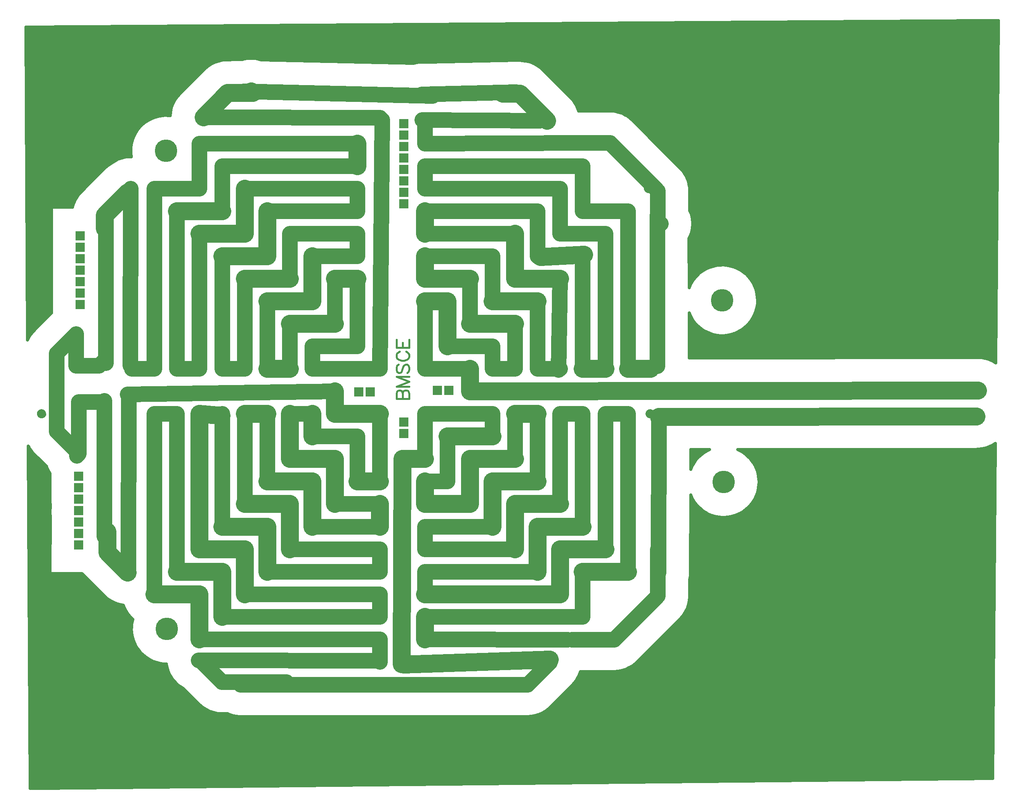
<source format=gbr>
G04 DipTrace 2.4.0.2*
%INTop24.gbr*%
%MOIN*%
%ADD13C,0.1378*%
%ADD14C,0.1575*%
%ADD15C,0.025*%
%ADD16C,0.0787*%
%ADD17C,0.1969*%
%ADD18R,0.0787X0.0787*%
%ADD19R,0.0591X0.0591*%
%ADD20C,0.0591*%
%ADD33C,0.017*%
%FSLAX44Y44*%
G04*
G70*
G90*
G75*
G01*
%LNTop*%
%LPD*%
X19314Y15126D2*
D13*
X19501D1*
X21376Y13250D1*
X27002D1*
X19751Y62568D2*
D14*
X21876Y64693D1*
X24064D1*
X23939Y64818D1*
X53130Y60318D2*
D13*
X55255D1*
X59443Y56130D1*
Y53255D1*
X59693D1*
X51942Y16938D2*
X55630D1*
X59443Y20751D1*
Y24814D1*
X46066Y13000D2*
X48067D1*
X50004Y14938D1*
X11125Y52880D2*
D14*
Y54005D1*
X13125Y56005D1*
X13250D1*
X11375Y26377D2*
Y24564D1*
X13125Y22814D1*
X45879Y64631D2*
X47379D1*
X49754Y62256D1*
X11063Y37691D2*
D13*
X8875D1*
Y33190D1*
X8688Y33003D1*
X11063Y41316D2*
X10625Y40878D1*
X8625D1*
Y43629D1*
X6937Y41941D1*
Y35128D1*
X8875Y33190D1*
X51663Y70758D2*
D15*
X89168D1*
X14003Y70509D2*
X89168D1*
X4276Y70260D2*
X89164D1*
X4276Y70012D2*
X89164D1*
X4280Y69763D2*
X89160D1*
X4280Y69514D2*
X89160D1*
X4280Y69266D2*
X89156D1*
X4284Y69017D2*
X89156D1*
X4284Y68768D2*
X89152D1*
X4284Y68520D2*
X89152D1*
X4288Y68271D2*
X89148D1*
X4288Y68022D2*
X89148D1*
X4288Y67774D2*
X89144D1*
X4292Y67525D2*
X21269D1*
X27151D2*
X45976D1*
X47452D2*
X89144D1*
X4292Y67276D2*
X20555D1*
X48569D2*
X89141D1*
X4296Y67028D2*
X20144D1*
X49019D2*
X89141D1*
X4296Y66779D2*
X19851D1*
X49339D2*
X89137D1*
X4296Y66530D2*
X19601D1*
X49593D2*
X89137D1*
X4300Y66281D2*
X19351D1*
X49843D2*
X89133D1*
X4300Y66033D2*
X19101D1*
X50089D2*
X89133D1*
X4300Y65784D2*
X18855D1*
X50339D2*
X89129D1*
X4304Y65535D2*
X18605D1*
X50589D2*
X89129D1*
X4304Y65287D2*
X18355D1*
X50835D2*
X89129D1*
X4304Y65038D2*
X18109D1*
X51085D2*
X89125D1*
X4308Y64789D2*
X17859D1*
X51335D2*
X89125D1*
X4308Y64541D2*
X17613D1*
X51581D2*
X89121D1*
X4308Y64292D2*
X17406D1*
X51831D2*
X89121D1*
X4312Y64043D2*
X17238D1*
X52050D2*
X89117D1*
X4312Y63795D2*
X17109D1*
X52226D2*
X89117D1*
X4316Y63546D2*
X17004D1*
X52366D2*
X89113D1*
X4316Y63297D2*
X16930D1*
X52476D2*
X89113D1*
X4316Y63049D2*
X16875D1*
X55862D2*
X89109D1*
X4319Y62800D2*
X16844D1*
X56558D2*
X89109D1*
X4319Y62551D2*
X15476D1*
X56956D2*
X89105D1*
X4319Y62302D2*
X14930D1*
X57245D2*
X89105D1*
X4323Y62054D2*
X14562D1*
X57491D2*
X89101D1*
X4323Y61805D2*
X14285D1*
X57741D2*
X89101D1*
X4323Y61556D2*
X14062D1*
X57991D2*
X89098D1*
X4327Y61308D2*
X13883D1*
X58237D2*
X89098D1*
X4327Y61059D2*
X13738D1*
X58487D2*
X89094D1*
X4331Y60810D2*
X13621D1*
X58737D2*
X89094D1*
X4331Y60562D2*
X13531D1*
X58984D2*
X89090D1*
X4331Y60313D2*
X13465D1*
X59234D2*
X89090D1*
X4335Y60064D2*
X13418D1*
X59484D2*
X89086D1*
X4335Y59816D2*
X13394D1*
X59730D2*
X89086D1*
X4335Y59567D2*
X13391D1*
X59980D2*
X89086D1*
X4339Y59318D2*
X13402D1*
X60230D2*
X89082D1*
X4339Y59070D2*
X12891D1*
X60476D2*
X89082D1*
X4339Y58821D2*
X12137D1*
X60726D2*
X89078D1*
X4343Y58572D2*
X11730D1*
X60976D2*
X89078D1*
X4343Y58323D2*
X11375D1*
X61222D2*
X89074D1*
X4343Y58075D2*
X11082D1*
X61472D2*
X89074D1*
X4347Y57826D2*
X10832D1*
X61687D2*
X89070D1*
X4347Y57577D2*
X10586D1*
X61855D2*
X89070D1*
X4351Y57329D2*
X10336D1*
X61991D2*
X89066D1*
X4351Y57080D2*
X10086D1*
X62093D2*
X89066D1*
X4351Y56831D2*
X9840D1*
X62171D2*
X89062D1*
X4355Y56583D2*
X9590D1*
X62222D2*
X89062D1*
X4355Y56334D2*
X9340D1*
X62253D2*
X89059D1*
X4355Y56085D2*
X9094D1*
X62261D2*
X89059D1*
X4359Y55837D2*
X8863D1*
X62261D2*
X89055D1*
X4359Y55588D2*
X8680D1*
X62261D2*
X89055D1*
X4359Y55339D2*
X8535D1*
X62261D2*
X89051D1*
X4362Y55091D2*
X8422D1*
X62261D2*
X89051D1*
X4362Y54842D2*
X8332D1*
X62261D2*
X89047D1*
X4362Y54593D2*
X6476D1*
X62261D2*
X89047D1*
X4366Y54344D2*
X6476D1*
X62288D2*
X89043D1*
X4366Y54096D2*
X6476D1*
X62382D2*
X89043D1*
X4370Y53847D2*
X6476D1*
X62448D2*
X89039D1*
X4370Y53598D2*
X6476D1*
X62487D2*
X89039D1*
X4370Y53350D2*
X6476D1*
X62507D2*
X89039D1*
X4374Y53101D2*
X6476D1*
X62507D2*
X89035D1*
X4374Y52852D2*
X6476D1*
X62480D2*
X89035D1*
X4374Y52604D2*
X6476D1*
X62433D2*
X89031D1*
X4378Y52355D2*
X6476D1*
X62362D2*
X89031D1*
X4378Y52106D2*
X6476D1*
X62265D2*
X89027D1*
X4378Y51858D2*
X6476D1*
X62202D2*
X89027D1*
X4382Y51609D2*
X6476D1*
X62202D2*
X89023D1*
X4382Y51360D2*
X6476D1*
X62202D2*
X89023D1*
X4382Y51112D2*
X6476D1*
X62202D2*
X89019D1*
X4386Y50863D2*
X6476D1*
X62202D2*
X89019D1*
X4386Y50614D2*
X6476D1*
X62206D2*
X89016D1*
X4390Y50365D2*
X6476D1*
X62206D2*
X89016D1*
X4390Y50117D2*
X6476D1*
X62206D2*
X89012D1*
X4390Y49868D2*
X6476D1*
X62206D2*
X89012D1*
X4394Y49619D2*
X6476D1*
X62206D2*
X64582D1*
X65554D2*
X89008D1*
X4394Y49371D2*
X6476D1*
X62206D2*
X63750D1*
X66386D2*
X89008D1*
X4394Y49122D2*
X6476D1*
X62206D2*
X63312D1*
X66827D2*
X89004D1*
X4398Y48873D2*
X6476D1*
X62206D2*
X62992D1*
X67148D2*
X89004D1*
X4398Y48625D2*
X6476D1*
X62210D2*
X62742D1*
X67394D2*
X89000D1*
X4398Y48376D2*
X6476D1*
X62210D2*
X62543D1*
X67597D2*
X89000D1*
X4401Y48127D2*
X6476D1*
X62210D2*
X62379D1*
X67757D2*
X88996D1*
X4401Y47879D2*
X6476D1*
X67890D2*
X88996D1*
X4401Y47630D2*
X6476D1*
X67991D2*
X88996D1*
X4405Y47381D2*
X6476D1*
X68073D2*
X88992D1*
X4405Y47133D2*
X6476D1*
X68128D2*
X88992D1*
X4409Y46884D2*
X6476D1*
X68163D2*
X88988D1*
X4409Y46635D2*
X6476D1*
X68179D2*
X88988D1*
X4409Y46386D2*
X6476D1*
X68175D2*
X88984D1*
X4413Y46138D2*
X6476D1*
X68151D2*
X88984D1*
X4413Y45889D2*
X6476D1*
X68105D2*
X88980D1*
X4413Y45640D2*
X6476D1*
X68038D2*
X88980D1*
X4417Y45392D2*
X6414D1*
X67948D2*
X88976D1*
X4417Y45143D2*
X6164D1*
X62214D2*
X62306D1*
X67835D2*
X88976D1*
X4417Y44894D2*
X5918D1*
X62214D2*
X62449D1*
X67691D2*
X88973D1*
X4421Y44646D2*
X5668D1*
X62218D2*
X62625D1*
X67511D2*
X88973D1*
X4421Y44397D2*
X5418D1*
X62218D2*
X62848D1*
X67292D2*
X88969D1*
X4421Y44148D2*
X5172D1*
X62218D2*
X63125D1*
X67015D2*
X88969D1*
X4425Y43900D2*
X4922D1*
X62218D2*
X63488D1*
X66648D2*
X88965D1*
X4425Y43651D2*
X4703D1*
X62218D2*
X64027D1*
X66109D2*
X88965D1*
X4429Y43402D2*
X4534D1*
X62218D2*
X88961D1*
X62218Y43154D2*
X88961D1*
X62222Y42905D2*
X88957D1*
X62222Y42656D2*
X88957D1*
X62222Y42407D2*
X88953D1*
X62222Y42159D2*
X88953D1*
X62222Y41910D2*
X88949D1*
X62222Y41661D2*
X88949D1*
X88382Y41413D2*
X88949D1*
X88753Y33952D2*
X88891D1*
X88214Y33703D2*
X88891D1*
X4484Y33455D2*
X4676D1*
X62343D2*
X63793D1*
X66593D2*
X88887D1*
X4484Y33206D2*
X4887D1*
X62343D2*
X63379D1*
X67007D2*
X88887D1*
X4487Y32957D2*
X5133D1*
X62343D2*
X63074D1*
X67316D2*
X88883D1*
X4487Y32709D2*
X5383D1*
X62343D2*
X62832D1*
X67554D2*
X88883D1*
X4487Y32460D2*
X5633D1*
X62343D2*
X62641D1*
X67749D2*
X88879D1*
X4491Y32211D2*
X5879D1*
X62343D2*
X62480D1*
X67905D2*
X88879D1*
X4491Y31963D2*
X6070D1*
X68030D2*
X88875D1*
X4491Y31714D2*
X6184D1*
X68132D2*
X88875D1*
X4495Y31465D2*
X6332D1*
X68206D2*
X88871D1*
X4495Y31217D2*
X6351D1*
X68261D2*
X88871D1*
X4495Y30968D2*
X6351D1*
X68292D2*
X88867D1*
X4499Y30719D2*
X6351D1*
X68308D2*
X88867D1*
X4499Y30470D2*
X6351D1*
X68300D2*
X88863D1*
X4499Y30222D2*
X6351D1*
X68269D2*
X88863D1*
X4503Y29973D2*
X6351D1*
X68222D2*
X88859D1*
X4503Y29724D2*
X6351D1*
X68151D2*
X88859D1*
X4507Y29476D2*
X6351D1*
X68058D2*
X88859D1*
X4507Y29227D2*
X6351D1*
X62335D2*
X62448D1*
X67937D2*
X88855D1*
X4507Y28978D2*
X6351D1*
X62335D2*
X62598D1*
X67788D2*
X88855D1*
X4511Y28730D2*
X6351D1*
X62335D2*
X62781D1*
X67605D2*
X88851D1*
X4511Y28481D2*
X6351D1*
X62335D2*
X63012D1*
X67374D2*
X88851D1*
X4511Y28232D2*
X6351D1*
X62335D2*
X63301D1*
X67089D2*
X88848D1*
X4515Y27984D2*
X6351D1*
X62331D2*
X63684D1*
X66706D2*
X88848D1*
X4515Y27735D2*
X6351D1*
X62331D2*
X64273D1*
X66112D2*
X88844D1*
X4515Y27486D2*
X6351D1*
X62331D2*
X88844D1*
X4519Y27238D2*
X6351D1*
X62331D2*
X88840D1*
X4519Y26989D2*
X6351D1*
X62331D2*
X88840D1*
X4523Y26740D2*
X6351D1*
X62331D2*
X88836D1*
X4523Y26491D2*
X6351D1*
X62331D2*
X88836D1*
X4523Y26243D2*
X6351D1*
X62331D2*
X88832D1*
X4526Y25994D2*
X6351D1*
X62327D2*
X88832D1*
X4526Y25745D2*
X6351D1*
X62327D2*
X88828D1*
X4526Y25497D2*
X6351D1*
X62327D2*
X88828D1*
X4530Y25248D2*
X6351D1*
X62327D2*
X88824D1*
X4530Y24999D2*
X6351D1*
X62327D2*
X88824D1*
X4530Y24751D2*
X6351D1*
X62327D2*
X88820D1*
X4534Y24502D2*
X6351D1*
X62327D2*
X88820D1*
X4534Y24253D2*
X6351D1*
X62327D2*
X88816D1*
X4534Y24005D2*
X6351D1*
X62323D2*
X88816D1*
X4538Y23756D2*
X6351D1*
X62323D2*
X88816D1*
X4538Y23507D2*
X6351D1*
X62323D2*
X88812D1*
X4542Y23259D2*
X6351D1*
X62323D2*
X88812D1*
X4542Y23010D2*
X6351D1*
X62323D2*
X88809D1*
X4542Y22761D2*
X6351D1*
X62323D2*
X88809D1*
X4546Y22512D2*
X9312D1*
X62308D2*
X88805D1*
X4546Y22264D2*
X9562D1*
X62269D2*
X88805D1*
X4546Y22015D2*
X9812D1*
X62261D2*
X88801D1*
X4550Y21766D2*
X10059D1*
X62261D2*
X88801D1*
X4550Y21518D2*
X10309D1*
X62261D2*
X88797D1*
X4550Y21269D2*
X10559D1*
X62261D2*
X88797D1*
X4554Y21020D2*
X10805D1*
X62261D2*
X88793D1*
X4554Y20772D2*
X11055D1*
X62261D2*
X88793D1*
X4554Y20523D2*
X11336D1*
X62249D2*
X88789D1*
X4558Y20274D2*
X11719D1*
X62218D2*
X88789D1*
X4558Y20026D2*
X12340D1*
X62163D2*
X88785D1*
X4562Y19777D2*
X12789D1*
X62085D2*
X88785D1*
X4562Y19528D2*
X12910D1*
X61980D2*
X88781D1*
X4562Y19280D2*
X13062D1*
X61839D2*
X88781D1*
X4566Y19031D2*
X13254D1*
X61667D2*
X88777D1*
X4566Y18782D2*
X13496D1*
X61448D2*
X88777D1*
X4566Y18533D2*
X13523D1*
X61198D2*
X88773D1*
X4569Y18285D2*
X13476D1*
X60952D2*
X88773D1*
X4569Y18036D2*
X13453D1*
X60702D2*
X88769D1*
X4569Y17787D2*
X13453D1*
X60452D2*
X88769D1*
X4573Y17539D2*
X13469D1*
X60206D2*
X88769D1*
X4573Y17290D2*
X13508D1*
X59956D2*
X88766D1*
X4573Y17041D2*
X13566D1*
X59706D2*
X88766D1*
X4577Y16793D2*
X13648D1*
X59460D2*
X88762D1*
X4577Y16544D2*
X13754D1*
X59210D2*
X88762D1*
X4581Y16295D2*
X13887D1*
X58960D2*
X88758D1*
X4581Y16047D2*
X14051D1*
X58714D2*
X88758D1*
X4581Y15798D2*
X14254D1*
X58464D2*
X88754D1*
X4585Y15549D2*
X14508D1*
X58214D2*
X88754D1*
X4585Y15301D2*
X14836D1*
X57968D2*
X88750D1*
X4585Y15052D2*
X15289D1*
X57718D2*
X88750D1*
X4589Y14803D2*
X16238D1*
X57456D2*
X88746D1*
X4589Y14554D2*
X16555D1*
X57109D2*
X88746D1*
X4589Y14306D2*
X16621D1*
X56585D2*
X88742D1*
X4593Y14057D2*
X16707D1*
X52691D2*
X88742D1*
X4593Y13808D2*
X16828D1*
X52581D2*
X88738D1*
X4593Y13560D2*
X16976D1*
X52456D2*
X88738D1*
X4597Y13311D2*
X17168D1*
X52300D2*
X88734D1*
X4597Y13062D2*
X17406D1*
X52097D2*
X88734D1*
X4601Y12814D2*
X17723D1*
X51855D2*
X88730D1*
X4601Y12565D2*
X18090D1*
X51605D2*
X88730D1*
X4601Y12316D2*
X18336D1*
X51355D2*
X88726D1*
X4605Y12068D2*
X18586D1*
X51109D2*
X88726D1*
X4605Y11819D2*
X18836D1*
X50859D2*
X88726D1*
X4605Y11570D2*
X19082D1*
X50609D2*
X88723D1*
X4609Y11322D2*
X19332D1*
X50362D2*
X88723D1*
X4609Y11073D2*
X19605D1*
X50112D2*
X88719D1*
X4609Y10824D2*
X19969D1*
X49843D2*
X88719D1*
X4612Y10575D2*
X20551D1*
X49476D2*
X88715D1*
X4612Y10327D2*
X22184D1*
X48898D2*
X88715D1*
X4612Y10078D2*
X88711D1*
X4616Y9829D2*
X88711D1*
X4616Y9581D2*
X88707D1*
X4620Y9332D2*
X88707D1*
X4620Y9083D2*
X88703D1*
X4620Y8835D2*
X88703D1*
X4624Y8586D2*
X88699D1*
X4624Y8337D2*
X88699D1*
X4624Y8089D2*
X88695D1*
X4628Y7840D2*
X88695D1*
X4628Y7591D2*
X88691D1*
X4628Y7343D2*
X88691D1*
X4632Y7094D2*
X88687D1*
X4632Y6845D2*
X88687D1*
X4632Y6596D2*
X88684D1*
X4636Y6348D2*
X88684D1*
X4636Y6099D2*
X88680D1*
X4640Y5850D2*
X88680D1*
X4640Y5602D2*
X88680D1*
X4640Y5353D2*
X88676D1*
X4644Y5104D2*
X88676D1*
X4644Y4856D2*
X88672D1*
X4644Y4607D2*
X69031D1*
X4648Y4358D2*
X45066D1*
X4648Y4110D2*
X21105D1*
X13458Y59108D2*
X13420Y59430D1*
X13413Y59680D1*
X13428Y59929D1*
X13462Y60177D1*
X13516Y60421D1*
X13590Y60660D1*
X13683Y60892D1*
X13794Y61116D1*
X13923Y61330D1*
X14069Y61533D1*
X14230Y61723D1*
X14407Y61900D1*
X14598Y62062D1*
X14800Y62208D1*
X15014Y62337D1*
X15238Y62448D1*
X15470Y62541D1*
X15709Y62615D1*
X15953Y62669D1*
X16201Y62703D1*
X16450Y62718D1*
X16700Y62712D1*
X16859Y62697D1*
X16893Y63005D1*
X16942Y63250D1*
X17011Y63490D1*
X17101Y63723D1*
X17211Y63948D1*
X17339Y64162D1*
X17486Y64365D1*
X17707Y64612D1*
X19922Y66824D1*
X20114Y66985D1*
X20318Y67128D1*
X20534Y67254D1*
X20761Y67360D1*
X20995Y67447D1*
X21236Y67513D1*
X21482Y67557D1*
X21731Y67581D1*
X22626Y67584D1*
X22857D1*
X23173Y67611D1*
X23378Y67654D1*
X23611Y67691D1*
X23846Y67708D1*
X24081Y67706D1*
X24316Y67685D1*
X24548Y67644D1*
X24801Y67577D1*
X38125Y67274D1*
X38362Y67325D1*
X38611Y67355D1*
X39383Y67376D1*
X47129Y67548D1*
X47378Y67531D1*
X47629Y67511D1*
X47877Y67479D1*
X48121Y67425D1*
X48359Y67351D1*
X48590Y67256D1*
X48813Y67141D1*
X49024Y67008D1*
X49223Y66857D1*
X49423Y66675D1*
X51885Y64210D1*
X52046Y64018D1*
X52189Y63814D1*
X52315Y63598D1*
X52421Y63371D1*
X52515Y63111D1*
X53380Y63110D1*
X55380Y63108D1*
X55629Y63085D1*
X55875Y63041D1*
X56116Y62974D1*
X56350Y62887D1*
X56575Y62779D1*
X56790Y62651D1*
X56992Y62504D1*
X57229Y62293D1*
X61504Y58014D1*
X61664Y57822D1*
X61806Y57617D1*
X61930Y57400D1*
X62033Y57172D1*
X62116Y56937D1*
X62178Y56694D1*
X62217Y56448D1*
X62235Y56130D1*
Y54407D1*
X62346Y54126D1*
X62413Y53886D1*
X62459Y53640D1*
X62482Y53391D1*
X62483Y53141D1*
X62462Y52892D1*
X62418Y52646D1*
X62353Y52405D1*
X62266Y52170D1*
X62178Y51983D1*
X62185Y47671D1*
X62303Y47941D1*
X62424Y48160D1*
X62561Y48369D1*
X62715Y48566D1*
X62885Y48749D1*
X63068Y48919D1*
X63265Y49073D1*
X63474Y49211D1*
X63693Y49331D1*
X63921Y49433D1*
X64157Y49517D1*
X64398Y49581D1*
X64644Y49625D1*
X64893Y49649D1*
X65143Y49653D1*
X65392Y49637D1*
X65639Y49601D1*
X65883Y49545D1*
X66121Y49469D1*
X66352Y49375D1*
X66575Y49262D1*
X66788Y49131D1*
X66990Y48983D1*
X67179Y48820D1*
X67355Y48642D1*
X67515Y48450D1*
X67659Y48246D1*
X67787Y48031D1*
X67896Y47806D1*
X67987Y47574D1*
X68059Y47334D1*
X68111Y47090D1*
X68144Y46842D1*
X68156Y46566D1*
X68146Y46317D1*
X68116Y46069D1*
X68066Y45824D1*
X67996Y45584D1*
X67907Y45350D1*
X67799Y45125D1*
X67673Y44909D1*
X67531Y44703D1*
X67372Y44510D1*
X67198Y44331D1*
X67010Y44166D1*
X66810Y44017D1*
X66598Y43884D1*
X66376Y43769D1*
X66146Y43673D1*
X65908Y43595D1*
X65665Y43537D1*
X65418Y43499D1*
X65169Y43480D1*
X64919Y43482D1*
X64670Y43505D1*
X64423Y43547D1*
X64181Y43609D1*
X63945Y43690D1*
X63716Y43791D1*
X63496Y43909D1*
X63286Y44045D1*
X63088Y44197D1*
X62903Y44365D1*
X62732Y44548D1*
X62576Y44743D1*
X62437Y44951D1*
X62315Y45169D1*
X62190Y45451D1*
X62198Y41546D1*
X87504Y41579D1*
X87753Y41558D1*
X87999Y41515D1*
X88241Y41451D1*
X88476Y41367D1*
X88703Y41263D1*
X88970Y41107D1*
X89195Y71003D1*
X87947Y70997D1*
X4250Y70445D1*
X4404Y43113D1*
X4538Y43370D1*
X4675Y43579D1*
X4831Y43774D1*
X5140Y44092D1*
X6501Y45454D1*
X6503Y49689D1*
Y54689D1*
X8319D1*
X8366Y54866D1*
X8451Y55102D1*
X8555Y55329D1*
X8679Y55546D1*
X8821Y55751D1*
X8981Y55944D1*
X9611Y56579D1*
X11172Y58136D1*
X11363Y58296D1*
X11551Y58430D1*
X11662Y58502D1*
X11864Y58649D1*
X12079Y58778D1*
X12304Y58887D1*
X12537Y58975D1*
X12778Y59042D1*
X13024Y59087D1*
X13273Y59110D1*
X13456Y59112D1*
X16542Y14788D2*
X16289Y14800D1*
X16041Y14833D1*
X15797Y14885D1*
X15557Y14957D1*
X15324Y15048D1*
X15100Y15157D1*
X14885Y15284D1*
X14681Y15429D1*
X14489Y15589D1*
X14311Y15764D1*
X14147Y15953D1*
X14000Y16155D1*
X13869Y16368D1*
X13756Y16591D1*
X13661Y16822D1*
X13585Y17060D1*
X13529Y17304D1*
X13493Y17551D1*
X13476Y17801D1*
X13481Y18050D1*
X13505Y18299D1*
X13549Y18545D1*
X13593Y18715D1*
X13358Y18943D1*
X13196Y19133D1*
X13050Y19336D1*
X12923Y19552D1*
X12816Y19777D1*
X12750Y19948D1*
X12443Y20005D1*
X12203Y20074D1*
X11970Y20164D1*
X11746Y20274D1*
X11531Y20402D1*
X11329Y20549D1*
X11081Y20770D1*
X9200Y22660D1*
X9122Y22692D1*
X6378D1*
X6382Y27686D1*
X6378Y27942D1*
X6382Y28686D1*
X6378Y28942D1*
Y31430D1*
X6206Y31723D1*
X6101Y31950D1*
X6061Y32055D1*
X4876Y33244D1*
X4716Y33435D1*
X4574Y33641D1*
X4486Y33791D1*
X4456Y33820D1*
X4624Y3942D1*
X5623Y3949D1*
X88697Y4813D1*
X88917Y34074D1*
X88657Y33911D1*
X88433Y33799D1*
X88201Y33708D1*
X87961Y33636D1*
X87717Y33586D1*
X87468Y33557D1*
X87136Y33549D1*
X66414Y33526D1*
X66700Y33385D1*
X66913Y33254D1*
X67115Y33107D1*
X67304Y32943D1*
X67480Y32765D1*
X67640Y32573D1*
X67784Y32369D1*
X67912Y32154D1*
X68021Y31930D1*
X68112Y31697D1*
X68184Y31458D1*
X68237Y31213D1*
X68269Y30965D1*
X68281Y30690D1*
X68271Y30440D1*
X68241Y30192D1*
X68191Y29947D1*
X68121Y29707D1*
X68032Y29474D1*
X67924Y29248D1*
X67798Y29032D1*
X67656Y28827D1*
X67497Y28634D1*
X67323Y28454D1*
X67135Y28289D1*
X66935Y28140D1*
X66723Y28008D1*
X66501Y27893D1*
X66271Y27796D1*
X66033Y27718D1*
X65790Y27660D1*
X65543Y27622D1*
X65294Y27604D1*
X65044Y27606D1*
X64795Y27628D1*
X64548Y27670D1*
X64306Y27732D1*
X64070Y27814D1*
X63841Y27914D1*
X63621Y28032D1*
X63411Y28168D1*
X63213Y28321D1*
X63028Y28489D1*
X62857Y28671D1*
X62702Y28866D1*
X62562Y29074D1*
X62440Y29292D1*
X62312Y29581D1*
X62298Y22809D1*
X62286Y22559D1*
X62252Y22311D1*
X62235Y22189D1*
X62233Y20626D1*
X62210Y20377D1*
X62166Y20131D1*
X62099Y19891D1*
X62012Y19656D1*
X61904Y19431D1*
X61776Y19216D1*
X61629Y19014D1*
X61417Y18777D1*
X57514Y14877D1*
X57322Y14717D1*
X57117Y14575D1*
X56900Y14451D1*
X56672Y14348D1*
X56436Y14265D1*
X56194Y14204D1*
X55947Y14164D1*
X55630Y14146D1*
X52704D1*
X52555Y13802D1*
X52443Y13578D1*
X52312Y13366D1*
X52162Y13166D1*
X51979Y12964D1*
X49951Y10939D1*
X49759Y10779D1*
X49554Y10637D1*
X49336Y10513D1*
X49109Y10410D1*
X48873Y10327D1*
X48631Y10266D1*
X48384Y10226D1*
X48067Y10208D1*
X29068Y10210D1*
X22882Y10213D1*
X22633Y10235D1*
X22387Y10279D1*
X22146Y10346D1*
X21859Y10458D1*
X21251Y10461D1*
X21002Y10483D1*
X20757Y10528D1*
X20516Y10594D1*
X20282Y10682D1*
X20056Y10790D1*
X19842Y10918D1*
X19639Y11064D1*
X19402Y11276D1*
X18034Y12643D1*
X17779Y12793D1*
X17576Y12939D1*
X17388Y13103D1*
X17215Y13284D1*
X17058Y13479D1*
X16920Y13687D1*
X16801Y13907D1*
X16702Y14136D1*
X16624Y14374D1*
X16568Y14617D1*
X16542Y14791D1*
X62314Y31803D2*
X62428Y32064D1*
X62549Y32283D1*
X62686Y32492D1*
X62840Y32689D1*
X63010Y32873D1*
X63193Y33042D1*
X63390Y33196D1*
X63599Y33334D1*
X63818Y33454D1*
X63970Y33524D1*
X62320Y33522D1*
X62315Y31807D1*
D17*
X16501Y59630D3*
X16563Y17876D3*
X65193Y30690D3*
X65068Y46566D3*
D18*
X37253Y55005D3*
Y56005D3*
Y57005D3*
Y58005D3*
Y59005D3*
Y60005D3*
Y61005D3*
Y62005D3*
X9000Y46191D3*
Y47191D3*
Y48191D3*
Y49191D3*
Y50191D3*
Y51191D3*
Y52191D3*
X8875Y25189D3*
Y26189D3*
Y27189D3*
Y28189D3*
Y29189D3*
Y30189D3*
Y31189D3*
D19*
Y25189D3*
D20*
Y26189D3*
Y27189D3*
Y28189D3*
Y29189D3*
Y30189D3*
Y31189D3*
D18*
X33315Y38566D3*
X34315D3*
X40191Y38691D3*
X41191D3*
X37253Y34940D3*
Y35940D3*
Y14751D2*
D14*
X50004Y15188D1*
X19501Y15126D2*
D13*
X34909Y15099D1*
X23007Y13002D2*
X34818D1*
X34446D2*
X46257D1*
X19751Y62568D2*
X35159Y62542D1*
X38878Y62318D2*
X49129Y62256D1*
X38821Y64570D2*
X47067Y64756D1*
X23257Y64820D2*
X39753Y64443D1*
X13493Y40597D2*
D16*
G02X13493Y40597I13J0D01*
G01*
X15474D2*
D13*
X13506D1*
X13493D2*
D16*
G02X13493Y40597I13J0D01*
G01*
X15461D2*
G02X15461Y40597I13J0D01*
G01*
X15474Y56345D2*
D13*
Y40597D1*
X15461D2*
D16*
G02X15461Y40597I13J0D01*
G01*
Y56345D2*
G02X15461Y56345I13J0D01*
G01*
X19411D2*
D13*
X15474D1*
X15461D2*
D16*
G02X15461Y56345I13J0D01*
G01*
X19398D2*
G02X19398Y56345I13J0D01*
G01*
X19411Y60282D2*
D13*
Y56345D1*
X19398D2*
D16*
G02X19398Y56345I13J0D01*
G01*
Y60282D2*
G02X19398Y60282I13J0D01*
G01*
X33191D2*
D13*
X19411D1*
X19398D2*
D16*
G02X19398Y60282I13J0D01*
G01*
X33178D2*
G02X33178Y60282I13J0D01*
G01*
X33191Y58313D2*
D14*
Y60282D1*
X33178D2*
D16*
G02X33178Y60282I13J0D01*
G01*
Y58313D2*
G02X33178Y58313I13J0D01*
G01*
X21380D2*
D13*
X33191D1*
X33178D2*
D16*
G02X33178Y58313I13J0D01*
G01*
X21367D2*
G02X21367Y58313I13J0D01*
G01*
X21380Y54376D2*
D13*
Y58313D1*
X21367D2*
D16*
G02X21367Y58313I13J0D01*
G01*
Y54376D2*
G02X21367Y54376I13J0D01*
G01*
X17443D2*
D14*
X21380D1*
X21367D2*
D16*
G02X21367Y54376I13J0D01*
G01*
X17430D2*
G02X17430Y54376I13J0D01*
G01*
X17443Y40597D2*
D13*
Y54376D1*
X17430D2*
D16*
G02X17430Y54376I13J0D01*
G01*
Y40597D2*
G02X17430Y40597I13J0D01*
G01*
X19411D2*
D13*
X17443D1*
X17430D2*
D16*
G02X17430Y40597I13J0D01*
G01*
X19398D2*
G02X19398Y40597I13J0D01*
G01*
X19411Y52408D2*
D13*
Y40597D1*
X19398D2*
D16*
G02X19398Y40597I13J0D01*
G01*
Y52408D2*
G02X19398Y52408I13J0D01*
G01*
X23348D2*
D14*
X19411D1*
X19398D2*
D16*
G02X19398Y52408I13J0D01*
G01*
X23335D2*
G02X23335Y52408I13J0D01*
G01*
X23348Y56345D2*
D14*
Y52408D1*
X23335D2*
D16*
G02X23335Y52408I13J0D01*
G01*
Y56345D2*
G02X23335Y56345I13J0D01*
G01*
X33191D2*
D13*
X23348D1*
X23335D2*
D16*
G02X23335Y56345I13J0D01*
G01*
X33178D2*
G02X33178Y56345I13J0D01*
G01*
X33191Y54376D2*
D13*
Y56345D1*
X33178D2*
D16*
G02X33178Y56345I13J0D01*
G01*
Y54376D2*
G02X33178Y54376I13J0D01*
G01*
X25317D2*
D13*
X33191D1*
X33178D2*
D16*
G02X33178Y54376I13J0D01*
G01*
X25304D2*
G02X25304Y54376I13J0D01*
G01*
X25317Y50439D2*
D14*
Y54376D1*
X25304D2*
D16*
G02X25304Y54376I13J0D01*
G01*
Y50439D2*
G02X25304Y50439I13J0D01*
G01*
X21380D2*
D14*
X25317D1*
X25304D2*
D16*
G02X25304Y50439I13J0D01*
G01*
X21367D2*
G02X21367Y50439I13J0D01*
G01*
X21380Y40597D2*
D13*
Y50439D1*
X21367D2*
D16*
G02X21367Y50439I13J0D01*
G01*
Y40597D2*
G02X21367Y40597I13J0D01*
G01*
X23348D2*
D13*
X21380D1*
X21367D2*
D16*
G02X21367Y40597I13J0D01*
G01*
X23335D2*
G02X23335Y40597I13J0D01*
G01*
X23348Y48471D2*
D13*
Y40597D1*
X23335D2*
D16*
G02X23335Y40597I13J0D01*
G01*
Y48471D2*
G02X23335Y48471I13J0D01*
G01*
X27285D2*
D14*
X23348D1*
X23335D2*
D16*
G02X23335Y48471I13J0D01*
G01*
X27272D2*
G02X27272Y48471I13J0D01*
G01*
X27285Y52408D2*
D13*
Y48471D1*
X27272D2*
D16*
G02X27272Y48471I13J0D01*
G01*
Y52408D2*
G02X27272Y52408I13J0D01*
G01*
X33191D2*
D13*
X27285D1*
X27272D2*
D16*
G02X27272Y52408I13J0D01*
G01*
X33178D2*
G02X33178Y52408I13J0D01*
G01*
X33191Y50439D2*
D13*
Y52408D1*
X33178D2*
D16*
G02X33178Y52408I13J0D01*
G01*
Y50439D2*
G02X33178Y50439I13J0D01*
G01*
X29254D2*
D13*
X33191D1*
X33178D2*
D16*
G02X33178Y50439I13J0D01*
G01*
X29241D2*
G02X29241Y50439I13J0D01*
G01*
X29254Y46502D2*
D14*
Y50439D1*
X29241D2*
D16*
G02X29241Y50439I13J0D01*
G01*
Y46502D2*
G02X29241Y46502I13J0D01*
G01*
X25317D2*
D14*
X29254D1*
X29241D2*
D16*
G02X29241Y46502I13J0D01*
G01*
X25304D2*
G02X25304Y46502I13J0D01*
G01*
X25317Y40597D2*
D13*
Y46502D1*
X25304D2*
D16*
G02X25304Y46502I13J0D01*
G01*
Y40597D2*
G02X25304Y40597I13J0D01*
G01*
X27285D2*
D14*
X25317D1*
X25304D2*
D16*
G02X25304Y40597I13J0D01*
G01*
X27272D2*
G02X27272Y40597I13J0D01*
G01*
X27285Y44534D2*
D13*
Y40597D1*
X27272D2*
D16*
G02X27272Y40597I13J0D01*
G01*
Y44534D2*
G02X27272Y44534I13J0D01*
G01*
X31222D2*
D14*
X27285D1*
X27272D2*
D16*
G02X27272Y44534I13J0D01*
G01*
X31209D2*
G02X31209Y44534I13J0D01*
G01*
X31222Y48471D2*
D13*
Y44534D1*
X31209D2*
D16*
G02X31209Y44534I13J0D01*
G01*
Y48471D2*
G02X31209Y48471I13J0D01*
G01*
X33191D2*
D14*
X31222D1*
X31209D2*
D16*
G02X31209Y48471I13J0D01*
G01*
X33178D2*
G02X33178Y48471I13J0D01*
G01*
X33191Y42565D2*
D13*
Y48471D1*
X33178D2*
D16*
G02X33178Y48471I13J0D01*
G01*
Y42565D2*
G02X33178Y42565I13J0D01*
G01*
X29254D2*
D13*
X33191D1*
X33178D2*
D16*
G02X33178Y42565I13J0D01*
G01*
X29241D2*
G02X29241Y42565I13J0D01*
G01*
X29254Y40597D2*
D13*
Y42565D1*
X29241D2*
D16*
G02X29241Y42565I13J0D01*
G01*
Y40597D2*
G02X29241Y40597I13J0D01*
G01*
X35159D2*
D13*
X29254D1*
X29241D2*
D16*
G02X29241Y40597I13J0D01*
G01*
X35146D2*
G02X35146Y40597I13J0D01*
G01*
X35159D2*
D13*
X35378Y62318D1*
X35146Y40597D2*
D16*
G02X35146Y40597I13J0D01*
G01*
X5619Y36660D2*
G02X5619Y36660I13J0D01*
G01*
G02X5619Y36660I13J0D01*
G01*
X35146Y15006D2*
G02X35146Y15006I13J0D01*
G01*
X35159Y16975D2*
D13*
Y15006D1*
X35146D2*
D16*
G02X35146Y15006I13J0D01*
G01*
Y16975D2*
G02X35146Y16975I13J0D01*
G01*
X19411D2*
D13*
X35159D1*
X35146D2*
D16*
G02X35146Y16975I13J0D01*
G01*
X19398D2*
G02X19398Y16975I13J0D01*
G01*
X19411Y20912D2*
D14*
Y16975D1*
X19398D2*
D16*
G02X19398Y16975I13J0D01*
G01*
Y20912D2*
G02X19398Y20912I13J0D01*
G01*
X15474D2*
D14*
X19411D1*
X19398D2*
D16*
G02X19398Y20912I13J0D01*
G01*
X15461D2*
G02X15461Y20912I13J0D01*
G01*
X15474Y36660D2*
D13*
Y20912D1*
X15461D2*
D16*
G02X15461Y20912I13J0D01*
G01*
Y36660D2*
G02X15461Y36660I13J0D01*
G01*
X17443D2*
D13*
X15474D1*
X15461D2*
D16*
G02X15461Y36660I13J0D01*
G01*
X17430D2*
G02X17430Y36660I13J0D01*
G01*
X17443Y22880D2*
D13*
Y36660D1*
X17430D2*
D16*
G02X17430Y36660I13J0D01*
G01*
Y22880D2*
G02X17430Y22880I13J0D01*
G01*
X21380D2*
D14*
X17443D1*
X17430D2*
D16*
G02X17430Y22880I13J0D01*
G01*
X21367D2*
G02X21367Y22880I13J0D01*
G01*
X21380Y18943D2*
D14*
Y22880D1*
X21367D2*
D16*
G02X21367Y22880I13J0D01*
G01*
Y18943D2*
G02X21367Y18943I13J0D01*
G01*
X35159D2*
D13*
X21380D1*
X21367D2*
D16*
G02X21367Y18943I13J0D01*
G01*
X35146D2*
G02X35146Y18943I13J0D01*
G01*
X35159Y20912D2*
D13*
Y18943D1*
X35146D2*
D16*
G02X35146Y18943I13J0D01*
G01*
Y20912D2*
G02X35146Y20912I13J0D01*
G01*
X23348D2*
D13*
X35159D1*
X35146D2*
D16*
G02X35146Y20912I13J0D01*
G01*
X23335D2*
G02X23335Y20912I13J0D01*
G01*
X23348Y24849D2*
D14*
Y20912D1*
X23335D2*
D16*
G02X23335Y20912I13J0D01*
G01*
Y24849D2*
G02X23335Y24849I13J0D01*
G01*
X19411D2*
D14*
X23348D1*
X23335D2*
D16*
G02X23335Y24849I13J0D01*
G01*
X19398D2*
G02X19398Y24849I13J0D01*
G01*
X19411Y36660D2*
D14*
Y24849D1*
X19398D2*
D16*
G02X19398Y24849I13J0D01*
G01*
Y36660D2*
G02X19398Y36660I13J0D01*
G01*
X21314Y36503D2*
D14*
X19411Y36660D1*
X19398D2*
D16*
G02X19398Y36660I13J0D01*
G01*
X21367D2*
G02X21367Y36660I13J0D01*
G01*
X21380Y26817D2*
D13*
Y36660D1*
X21367D2*
D16*
G02X21367Y36660I13J0D01*
G01*
Y26817D2*
G02X21367Y26817I13J0D01*
G01*
X25317D2*
D14*
X21380D1*
X21367D2*
D16*
G02X21367Y26817I13J0D01*
G01*
X25304D2*
G02X25304Y26817I13J0D01*
G01*
X25317Y22880D2*
D14*
Y26817D1*
X25304D2*
D16*
G02X25304Y26817I13J0D01*
G01*
Y22880D2*
G02X25304Y22880I13J0D01*
G01*
X35159D2*
D13*
X25317D1*
X25304D2*
D16*
G02X25304Y22880I13J0D01*
G01*
X35146D2*
G02X35146Y22880I13J0D01*
G01*
X35159Y24849D2*
D13*
Y22880D1*
X35146D2*
D16*
G02X35146Y22880I13J0D01*
G01*
Y24849D2*
G02X35146Y24849I13J0D01*
G01*
X27285D2*
D13*
X35159D1*
X35146D2*
D16*
G02X35146Y24849I13J0D01*
G01*
X27272D2*
G02X27272Y24849I13J0D01*
G01*
X27285Y28786D2*
D14*
Y24849D1*
X27272D2*
D16*
G02X27272Y24849I13J0D01*
G01*
Y28786D2*
G02X27272Y28786I13J0D01*
G01*
X23348D2*
D14*
X27285D1*
X27272D2*
D16*
G02X27272Y28786I13J0D01*
G01*
X23335D2*
G02X23335Y28786I13J0D01*
G01*
X23348Y36660D2*
D13*
Y28786D1*
X23335D2*
D16*
G02X23335Y28786I13J0D01*
G01*
Y36660D2*
G02X23335Y36660I13J0D01*
G01*
X25317D2*
D14*
X23348D1*
X23335D2*
D16*
G02X23335Y36660I13J0D01*
G01*
X25304D2*
G02X25304Y36660I13J0D01*
G01*
X25317Y30754D2*
D13*
Y36660D1*
X25304D2*
D16*
G02X25304Y36660I13J0D01*
G01*
Y30754D2*
G02X25304Y30754I13J0D01*
G01*
X29254D2*
D14*
X25317D1*
X25304D2*
D16*
G02X25304Y30754I13J0D01*
G01*
X29241D2*
G02X29241Y30754I13J0D01*
G01*
X29254Y26817D2*
D14*
Y30754D1*
X29241D2*
D16*
G02X29241Y30754I13J0D01*
G01*
Y26817D2*
G02X29241Y26817I13J0D01*
G01*
X35159D2*
D13*
X29254D1*
X29241D2*
D16*
G02X29241Y26817I13J0D01*
G01*
X35146D2*
G02X35146Y26817I13J0D01*
G01*
X35159Y28786D2*
D14*
Y26817D1*
X35146D2*
D16*
G02X35146Y26817I13J0D01*
G01*
Y28786D2*
G02X35146Y28786I13J0D01*
G01*
X31222D2*
D13*
X35159D1*
X35146D2*
D16*
G02X35146Y28786I13J0D01*
G01*
X31209D2*
G02X31209Y28786I13J0D01*
G01*
X31222Y32723D2*
D14*
Y28786D1*
X31209D2*
D16*
G02X31209Y28786I13J0D01*
G01*
Y32723D2*
G02X31209Y32723I13J0D01*
G01*
X27285D2*
D14*
X31222D1*
X31209D2*
D16*
G02X31209Y32723I13J0D01*
G01*
X27272D2*
G02X27272Y32723I13J0D01*
G01*
X27285Y36660D2*
D14*
Y32723D1*
X27272D2*
D16*
G02X27272Y32723I13J0D01*
G01*
Y36660D2*
G02X27272Y36660I13J0D01*
G01*
X29254D2*
D13*
X27285D1*
X27272D2*
D16*
G02X27272Y36660I13J0D01*
G01*
X29241D2*
G02X29241Y36660I13J0D01*
G01*
X29254Y34691D2*
D14*
Y36660D1*
X29241D2*
D16*
G02X29241Y36660I13J0D01*
G01*
Y34691D2*
G02X29241Y34691I13J0D01*
G01*
X33191D2*
D13*
X29254D1*
X29241D2*
D16*
G02X29241Y34691I13J0D01*
G01*
X33178D2*
G02X33178Y34691I13J0D01*
G01*
X33191Y30754D2*
D13*
Y34691D1*
X33178D2*
D16*
G02X33178Y34691I13J0D01*
G01*
Y30754D2*
G02X33178Y30754I13J0D01*
G01*
X35159D2*
D14*
X33191D1*
X33178D2*
D16*
G02X33178Y30754I13J0D01*
G01*
X35146D2*
G02X35146Y30754I13J0D01*
G01*
X35159Y36660D2*
D13*
Y30754D1*
X35146D2*
D16*
G02X35146Y30754I13J0D01*
G01*
Y36660D2*
G02X35146Y36660I13J0D01*
G01*
X31222D2*
D14*
X35159D1*
X35146D2*
D16*
G02X35146Y36660I13J0D01*
G01*
X31209D2*
G02X31209Y36660I13J0D01*
G01*
X31222Y38628D2*
D14*
Y36660D1*
X31209D2*
D16*
G02X31209Y36660I13J0D01*
G01*
Y38628D2*
G02X31209Y38628I13J0D01*
G01*
X13125Y38378D2*
D13*
X31222Y38628D1*
X31209D2*
D16*
G02X31209Y38628I13J0D01*
G01*
X60763Y36660D2*
Y36661D1*
X60764D1*
X60766Y36662D1*
X60768Y36663D1*
X60770Y36664D1*
X60774Y36665D1*
X60777Y36666D1*
X60782Y36667D1*
X60786D1*
X60792Y36668D1*
X60797Y36669D1*
X60803D1*
X60810Y36670D1*
X60817Y36671D1*
X60824D1*
X60831D1*
X60839Y36672D1*
X60847D1*
X60855D1*
X60863Y36673D1*
X60872D1*
X60880D1*
X60889D1*
X60897D1*
X60905D1*
X60914Y36672D1*
X60922D1*
X60930D1*
X60937Y36671D1*
X60945D1*
X60952D1*
X60959Y36670D1*
X60965Y36669D1*
X60971D1*
X60977Y36668D1*
X60982Y36667D1*
X60987D1*
X60991Y36666D1*
X60995Y36665D1*
X60998Y36664D1*
X61001Y36663D1*
X61003Y36662D1*
X61004Y36661D1*
X61005D1*
Y36660D1*
Y36659D1*
X61004Y36658D1*
X61003Y36657D1*
X61001Y36656D1*
X60998Y36655D1*
X60995Y36654D1*
X60991Y36653D1*
X60987D1*
X60982Y36652D1*
X60977Y36651D1*
X60971D1*
X60965Y36650D1*
X60959Y36649D1*
X60952D1*
X60945Y36648D1*
X60937D1*
X60930Y36647D1*
X60922D1*
X60914D1*
X60905D1*
X60897D1*
X60889D1*
X60880D1*
X60872D1*
X60863D1*
X60855D1*
X60847D1*
X60839D1*
X60831Y36648D1*
X60824D1*
X60817Y36649D1*
X60810D1*
X60803Y36650D1*
X60797Y36651D1*
X60792D1*
X60786Y36652D1*
X60782Y36653D1*
X60777D1*
X60774Y36654D1*
X60770Y36655D1*
X60768Y36656D1*
X60766Y36657D1*
X60764Y36658D1*
X60763Y36659D1*
Y36660D1*
X59532Y36410D2*
D14*
X87258Y36440D1*
X60737Y36660D2*
D16*
G02X60737Y36660I13J0D01*
G01*
X58768D2*
G02X58768Y36660I13J0D01*
G01*
X59505Y22814D2*
D13*
X59532Y36285D1*
X58768Y36660D2*
D16*
G02X58768Y36660I13J0D01*
G01*
X13378Y40912D2*
D13*
X13404Y56320D1*
X13191Y22910D2*
X13217Y38318D1*
X11223Y41100D2*
Y52911D1*
X39096Y16975D2*
X51567Y16938D1*
X39083Y16975D2*
D16*
G02X39083Y16975I13J0D01*
G01*
X39096Y18943D2*
D14*
Y16975D1*
X39083D2*
D16*
G02X39083Y16975I13J0D01*
G01*
Y18943D2*
G02X39083Y18943I13J0D01*
G01*
X52876D2*
D13*
X39096D1*
X39083D2*
D16*
G02X39083Y18943I13J0D01*
G01*
X52863D2*
G02X52863Y18943I13J0D01*
G01*
X52876Y22880D2*
D13*
Y18943D1*
X52863D2*
D16*
G02X52863Y18943I13J0D01*
G01*
Y22880D2*
G02X52863Y22880I13J0D01*
G01*
X56813D2*
D14*
X52876D1*
X52863D2*
D16*
G02X52863Y22880I13J0D01*
G01*
X56800D2*
G02X56800Y22880I13J0D01*
G01*
X56813Y36660D2*
D13*
Y22880D1*
X56800D2*
D16*
G02X56800Y22880I13J0D01*
G01*
Y36660D2*
G02X56800Y36660I13J0D01*
G01*
X54845D2*
D13*
X56813D1*
X56800D2*
D16*
G02X56800Y36660I13J0D01*
G01*
X54831D2*
G02X54831Y36660I13J0D01*
G01*
X54845Y24849D2*
D13*
Y36660D1*
X54831D2*
D16*
G02X54831Y36660I13J0D01*
G01*
Y24849D2*
G02X54831Y24849I13J0D01*
G01*
X50908D2*
D14*
X54845D1*
X54831D2*
D16*
G02X54831Y24849I13J0D01*
G01*
X50894D2*
G02X50894Y24849I13J0D01*
G01*
X50908Y20912D2*
D14*
Y24849D1*
X50894D2*
D16*
G02X50894Y24849I13J0D01*
G01*
Y20912D2*
G02X50894Y20912I13J0D01*
G01*
X39096D2*
D14*
X50908D1*
X50894D2*
D16*
G02X50894Y20912I13J0D01*
G01*
X39083D2*
G02X39083Y20912I13J0D01*
G01*
X39096Y22880D2*
D13*
Y20912D1*
X39083D2*
D16*
G02X39083Y20912I13J0D01*
G01*
Y22880D2*
G02X39083Y22880I13J0D01*
G01*
X48939D2*
D13*
X39096D1*
X39083D2*
D16*
G02X39083Y22880I13J0D01*
G01*
X48926D2*
G02X48926Y22880I13J0D01*
G01*
X48939Y26817D2*
D14*
Y22880D1*
X48926D2*
D16*
G02X48926Y22880I13J0D01*
G01*
Y26817D2*
G02X48926Y26817I13J0D01*
G01*
X52876D2*
D14*
X48939D1*
X48926D2*
D16*
G02X48926Y26817I13J0D01*
G01*
X52863D2*
G02X52863Y26817I13J0D01*
G01*
X52876Y36660D2*
D13*
Y26817D1*
X52863D2*
D16*
G02X52863Y26817I13J0D01*
G01*
Y36660D2*
G02X52863Y36660I13J0D01*
G01*
X50908D2*
D13*
X52876D1*
X52863D2*
D16*
G02X52863Y36660I13J0D01*
G01*
X50894D2*
G02X50894Y36660I13J0D01*
G01*
X50908Y28786D2*
D13*
Y36660D1*
X50894D2*
D16*
G02X50894Y36660I13J0D01*
G01*
Y28786D2*
G02X50894Y28786I13J0D01*
G01*
X46971D2*
D14*
X50908D1*
X50894D2*
D16*
G02X50894Y28786I13J0D01*
G01*
X46957D2*
G02X46957Y28786I13J0D01*
G01*
X46971Y24849D2*
D14*
Y28786D1*
X46957D2*
D16*
G02X46957Y28786I13J0D01*
G01*
Y24849D2*
G02X46957Y24849I13J0D01*
G01*
X39096D2*
D13*
X46971D1*
X46957D2*
D16*
G02X46957Y24849I13J0D01*
G01*
X39083D2*
G02X39083Y24849I13J0D01*
G01*
X39096Y26817D2*
D13*
Y24849D1*
X39083D2*
D16*
G02X39083Y24849I13J0D01*
G01*
Y26817D2*
G02X39083Y26817I13J0D01*
G01*
X45002D2*
D13*
X39096D1*
X39083D2*
D16*
G02X39083Y26817I13J0D01*
G01*
X44989D2*
G02X44989Y26817I13J0D01*
G01*
X45002Y30754D2*
D14*
Y26817D1*
X44989D2*
D16*
G02X44989Y26817I13J0D01*
G01*
Y30754D2*
G02X44989Y30754I13J0D01*
G01*
X48939D2*
D14*
X45002D1*
X44989D2*
D16*
G02X44989Y30754I13J0D01*
G01*
X48926D2*
G02X48926Y30754I13J0D01*
G01*
X48939Y36660D2*
D13*
Y30754D1*
X48926D2*
D16*
G02X48926Y30754I13J0D01*
G01*
Y36660D2*
G02X48926Y36660I13J0D01*
G01*
X46971D2*
D14*
X48939D1*
X48926D2*
D16*
G02X48926Y36660I13J0D01*
G01*
X46957D2*
G02X46957Y36660I13J0D01*
G01*
X46971Y32723D2*
D13*
Y36660D1*
X46957D2*
D16*
G02X46957Y36660I13J0D01*
G01*
Y32723D2*
G02X46957Y32723I13J0D01*
G01*
X43034D2*
D14*
X46971D1*
X46957D2*
D16*
G02X46957Y32723I13J0D01*
G01*
X43020D2*
G02X43020Y32723I13J0D01*
G01*
X43034Y28786D2*
D14*
Y32723D1*
X43020D2*
D16*
G02X43020Y32723I13J0D01*
G01*
Y28786D2*
G02X43020Y28786I13J0D01*
G01*
X39096D2*
D14*
X43034D1*
X43020D2*
D16*
G02X43020Y28786I13J0D01*
G01*
X39083D2*
G02X39083Y28786I13J0D01*
G01*
X39096Y30754D2*
D14*
Y28786D1*
X39083D2*
D16*
G02X39083Y28786I13J0D01*
G01*
Y30754D2*
G02X39083Y30754I13J0D01*
G01*
X41065D2*
D13*
X39096D1*
X39083D2*
D16*
G02X39083Y30754I13J0D01*
G01*
X41052D2*
G02X41052Y30754I13J0D01*
G01*
X41065Y34691D2*
D13*
Y30754D1*
X41052D2*
D16*
G02X41052Y30754I13J0D01*
G01*
Y34691D2*
G02X41052Y34691I13J0D01*
G01*
X45002D2*
D14*
X41065D1*
X41052D2*
D16*
G02X41052Y34691I13J0D01*
G01*
X44989D2*
G02X44989Y34691I13J0D01*
G01*
X45002Y36660D2*
D13*
Y34691D1*
X44989D2*
D16*
G02X44989Y34691I13J0D01*
G01*
Y36660D2*
G02X44989Y36660I13J0D01*
G01*
X39096D2*
D13*
X45002D1*
X44989D2*
D16*
G02X44989Y36660I13J0D01*
G01*
X39083D2*
G02X39083Y36660I13J0D01*
G01*
X39096D2*
D13*
Y32723D1*
X39083D2*
D16*
G02X39083Y32723I13J0D01*
G01*
Y36660D2*
G02X39083Y36660I13J0D01*
G01*
X39096Y32723D2*
D14*
X37128D1*
X37115D2*
D16*
G02X37115Y32723I13J0D01*
G01*
X39083D2*
G02X39083Y32723I13J0D01*
G01*
X37128D2*
D14*
X37065Y14813D1*
X37115Y32723D2*
D16*
G02X37115Y32723I13J0D01*
G01*
X39083Y62250D2*
G02X39083Y62250I13J0D01*
G01*
X39096Y60282D2*
D13*
Y62250D1*
X39083D2*
D16*
G02X39083Y62250I13J0D01*
G01*
Y60282D2*
G02X39083Y60282I13J0D01*
G01*
X52880Y60318D2*
D13*
X39096Y60282D1*
X39083D2*
D16*
G02X39083Y60282I13J0D01*
G01*
X54831D2*
G02X54831Y60282I13J0D01*
G01*
G02X54831Y60282I13J0D01*
G01*
X58943Y56345D2*
Y56346D1*
Y56347D1*
Y56348D1*
Y56349D1*
Y56350D1*
Y56351D1*
Y56352D1*
Y56353D1*
Y56354D1*
Y56355D1*
Y56356D1*
Y56357D1*
Y56358D1*
Y56357D1*
Y56356D1*
Y56355D1*
Y56354D1*
Y56353D1*
Y56352D1*
Y56351D1*
Y56350D1*
Y56349D1*
Y56348D1*
Y56347D1*
Y56346D1*
Y56345D1*
Y56344D1*
Y56343D1*
Y56342D1*
Y56341D1*
Y56340D1*
Y56339D1*
Y56338D1*
Y56337D1*
Y56336D1*
Y56335D1*
Y56334D1*
Y56333D1*
Y56332D1*
Y56333D1*
Y56334D1*
Y56335D1*
Y56336D1*
Y56337D1*
Y56338D1*
Y56339D1*
Y56340D1*
Y56341D1*
Y56342D1*
Y56343D1*
Y56344D1*
Y56345D1*
X59407Y40847D2*
D13*
X59380Y54005D1*
X58630Y56345D2*
D16*
Y56346D1*
X58631Y56347D1*
X58632D1*
X58633Y56348D1*
X58635Y56349D1*
X58637Y56350D1*
X58640Y56351D1*
X58643Y56352D1*
X58646D1*
X58649Y56353D1*
X58653Y56354D1*
X58657D1*
X58662Y56355D1*
X58666Y56356D1*
X58671D1*
X58676D1*
X58682Y56357D1*
X58687D1*
X58693D1*
X58698Y56358D1*
X58704D1*
X58710D1*
X58715D1*
X58721D1*
X58727D1*
X58732Y56357D1*
X58738D1*
X58743D1*
X58748Y56356D1*
X58754D1*
X58758D1*
X58763Y56355D1*
X58767Y56354D1*
X58772D1*
X58775Y56353D1*
X58779Y56352D1*
X58782D1*
X58785Y56351D1*
X58788Y56350D1*
X58790Y56349D1*
X58791Y56348D1*
X58793Y56347D1*
X58794D1*
Y56346D1*
X58795Y56345D1*
X58794Y56344D1*
Y56343D1*
X58793Y56342D1*
X58791Y56341D1*
X58790Y56340D1*
X58788Y56339D1*
X58785D1*
X58782Y56338D1*
X58779Y56337D1*
X58775Y56336D1*
X58772D1*
X58767Y56335D1*
X58763Y56334D1*
X58758D1*
X58754Y56333D1*
X58748D1*
X58743D1*
X58738Y56332D1*
X58732D1*
X58727D1*
X58721D1*
X58715D1*
X58710D1*
X58704D1*
X58698D1*
X58693D1*
X58687D1*
X58682Y56333D1*
X58676D1*
X58671D1*
X58666Y56334D1*
X58662D1*
X58657Y56335D1*
X58653Y56336D1*
X58649D1*
X58646Y56337D1*
X58643Y56338D1*
X58640Y56339D1*
X58637D1*
X58635Y56340D1*
X58633Y56341D1*
X58632Y56342D1*
X58631Y56343D1*
X58630Y56344D1*
Y56345D1*
X58768Y40597D2*
G02X58768Y40597I13J0D01*
G01*
X56813D2*
D14*
X58782D1*
X58768D2*
D16*
G02X58768Y40597I13J0D01*
G01*
X56800D2*
G02X56800Y40597I13J0D01*
G01*
X56813Y54376D2*
D13*
Y40597D1*
X56800D2*
D16*
G02X56800Y40597I13J0D01*
G01*
Y54376D2*
G02X56800Y54376I13J0D01*
G01*
X52876D2*
D13*
X56813D1*
X56800D2*
D16*
G02X56800Y54376I13J0D01*
G01*
X52863D2*
G02X52863Y54376I13J0D01*
G01*
X52876Y58313D2*
D13*
Y54376D1*
X52863D2*
D16*
G02X52863Y54376I13J0D01*
G01*
Y58313D2*
G02X52863Y58313I13J0D01*
G01*
X39096D2*
D13*
X52876D1*
X52863D2*
D16*
G02X52863Y58313I13J0D01*
G01*
X39083D2*
G02X39083Y58313I13J0D01*
G01*
X39096Y56345D2*
D13*
Y58313D1*
X39083D2*
D16*
G02X39083Y58313I13J0D01*
G01*
Y56345D2*
G02X39083Y56345I13J0D01*
G01*
X50908D2*
D13*
X39096D1*
X39083D2*
D16*
G02X39083Y56345I13J0D01*
G01*
X50894D2*
G02X50894Y56345I13J0D01*
G01*
X50908Y52408D2*
D13*
Y56345D1*
X50894D2*
D16*
G02X50894Y56345I13J0D01*
G01*
Y52408D2*
G02X50894Y52408I13J0D01*
G01*
X54845D2*
D13*
X50908D1*
X50894D2*
D16*
G02X50894Y52408I13J0D01*
G01*
X54831D2*
G02X54831Y52408I13J0D01*
G01*
X54845Y40597D2*
D13*
Y52408D1*
X54831D2*
D16*
G02X54831Y52408I13J0D01*
G01*
Y40597D2*
G02X54831Y40597I13J0D01*
G01*
X52876D2*
D14*
X54845D1*
X54831D2*
D16*
G02X54831Y40597I13J0D01*
G01*
X52863D2*
G02X52863Y40597I13J0D01*
G01*
X52876Y50439D2*
D13*
Y40597D1*
X52863D2*
D16*
G02X52863Y40597I13J0D01*
G01*
Y50439D2*
G02X52863Y50439I13J0D01*
G01*
X49192Y50379D2*
D14*
X53001Y50564D1*
X52863Y50439D2*
D16*
G02X52863Y50439I13J0D01*
G01*
X48926D2*
G02X48926Y50439I13J0D01*
G01*
X48939Y54376D2*
D13*
Y50439D1*
X48926D2*
D16*
G02X48926Y50439I13J0D01*
G01*
Y54376D2*
G02X48926Y54376I13J0D01*
G01*
X39096D2*
D13*
X48939D1*
X48926D2*
D16*
G02X48926Y54376I13J0D01*
G01*
X39083D2*
G02X39083Y54376I13J0D01*
G01*
X39096Y52408D2*
D14*
Y54376D1*
X39083D2*
D16*
G02X39083Y54376I13J0D01*
G01*
Y52408D2*
G02X39083Y52408I13J0D01*
G01*
X46971D2*
D13*
X39096D1*
X39083D2*
D16*
G02X39083Y52408I13J0D01*
G01*
X46957D2*
G02X46957Y52408I13J0D01*
G01*
X46971Y48471D2*
D14*
Y52408D1*
X46957D2*
D16*
G02X46957Y52408I13J0D01*
G01*
Y48471D2*
G02X46957Y48471I13J0D01*
G01*
X50908D2*
D14*
X46971D1*
X46957D2*
D16*
G02X46957Y48471I13J0D01*
G01*
X50894D2*
G02X50894Y48471I13J0D01*
G01*
X50754Y40503D2*
D13*
X50908Y48471D1*
X50894D2*
D16*
G02X50894Y48471I13J0D01*
G01*
Y40597D2*
G02X50894Y40597I13J0D01*
G01*
X48939D2*
D13*
X50908D1*
X50894D2*
D16*
G02X50894Y40597I13J0D01*
G01*
X48926D2*
G02X48926Y40597I13J0D01*
G01*
X48939Y46502D2*
D13*
Y40597D1*
X48926D2*
D16*
G02X48926Y40597I13J0D01*
G01*
Y46502D2*
G02X48926Y46502I13J0D01*
G01*
X45002D2*
D14*
X48939D1*
X48926D2*
D16*
G02X48926Y46502I13J0D01*
G01*
X44989D2*
G02X44989Y46502I13J0D01*
G01*
X45002Y50439D2*
D13*
Y46502D1*
X44989D2*
D16*
G02X44989Y46502I13J0D01*
G01*
Y50439D2*
G02X44989Y50439I13J0D01*
G01*
X39096D2*
D13*
X45002D1*
X44989D2*
D16*
G02X44989Y50439I13J0D01*
G01*
X39083D2*
G02X39083Y50439I13J0D01*
G01*
X39096Y48471D2*
D14*
Y50439D1*
X39083D2*
D16*
G02X39083Y50439I13J0D01*
G01*
Y48471D2*
G02X39083Y48471I13J0D01*
G01*
X43034D2*
D14*
X39096D1*
X39083D2*
D16*
G02X39083Y48471I13J0D01*
G01*
X43020D2*
G02X43020Y48471I13J0D01*
G01*
X43034Y44534D2*
D13*
Y48471D1*
X43020D2*
D16*
G02X43020Y48471I13J0D01*
G01*
Y44534D2*
G02X43020Y44534I13J0D01*
G01*
X46971D2*
D14*
X43034D1*
X43020D2*
D16*
G02X43020Y44534I13J0D01*
G01*
X46957D2*
G02X46957Y44534I13J0D01*
G01*
X46971Y40597D2*
D13*
Y44534D1*
X46957D2*
D16*
G02X46957Y44534I13J0D01*
G01*
Y40597D2*
G02X46957Y40597I13J0D01*
G01*
X45002D2*
D13*
X46971D1*
X46957D2*
D16*
G02X46957Y40597I13J0D01*
G01*
X44989D2*
G02X44989Y40597I13J0D01*
G01*
X45002Y42565D2*
D13*
Y40597D1*
X44989D2*
D16*
G02X44989Y40597I13J0D01*
G01*
Y42565D2*
G02X44989Y42565I13J0D01*
G01*
X41065D2*
D13*
X45002D1*
X44989D2*
D16*
G02X44989Y42565I13J0D01*
G01*
X41052D2*
G02X41052Y42565I13J0D01*
G01*
X41065Y46502D2*
D14*
Y42565D1*
X41052D2*
D16*
G02X41052Y42565I13J0D01*
G01*
Y46502D2*
G02X41052Y46502I13J0D01*
G01*
X39096D2*
D14*
X41065D1*
X41052D2*
D16*
G02X41052Y46502I13J0D01*
G01*
X39083D2*
G02X39083Y46502I13J0D01*
G01*
X39096Y40597D2*
D13*
Y46502D1*
X39083D2*
D16*
G02X39083Y46502I13J0D01*
G01*
Y40597D2*
G02X39083Y40597I13J0D01*
G01*
X43034D2*
D13*
X39096D1*
X39083D2*
D16*
G02X39083Y40597I13J0D01*
G01*
X43020D2*
G02X43020Y40597I13J0D01*
G01*
X43034Y38628D2*
D14*
Y40597D1*
X43020D2*
D16*
G02X43020Y40597I13J0D01*
G01*
Y38628D2*
G02X43020Y38628I13J0D01*
G01*
X87383Y38691D2*
D14*
X43034Y38628D1*
X43020D2*
D16*
G02X43020Y38628I13J0D01*
G01*
X11098Y25974D2*
D13*
Y37785D1*
X36626Y37972D2*
D33*
X37731D1*
Y38447D1*
X37678Y38605D1*
X37625Y38657D1*
X37521Y38709D1*
X37363D1*
X37257Y38657D1*
X37205Y38605D1*
X37152Y38447D1*
X37099Y38605D1*
X37047Y38657D1*
X36942Y38709D1*
X36836D1*
X36732Y38657D1*
X36678Y38605D1*
X36626Y38447D1*
Y37972D1*
X37152D2*
Y38447D1*
X37731Y39890D2*
X36626D1*
X37731Y39470D1*
X36626Y39049D1*
X37731D1*
X36784Y40967D2*
X36678Y40862D1*
X36626Y40704D1*
Y40494D1*
X36678Y40336D1*
X36784Y40230D1*
X36889D1*
X36994Y40283D1*
X37047Y40336D1*
X37099Y40440D1*
X37205Y40756D1*
X37257Y40862D1*
X37311Y40914D1*
X37415Y40967D1*
X37573D1*
X37678Y40862D1*
X37731Y40704D1*
Y40494D1*
X37678Y40336D1*
X37573Y40230D1*
X36889Y42096D2*
X36784Y42043D1*
X36678Y41937D1*
X36626Y41833D1*
Y41623D1*
X36678Y41517D1*
X36784Y41412D1*
X36889Y41359D1*
X37047Y41306D1*
X37311D1*
X37467Y41359D1*
X37573Y41412D1*
X37678Y41517D1*
X37731Y41623D1*
Y41833D1*
X37678Y41937D1*
X37573Y42043D1*
X37467Y42096D1*
X36626Y43119D2*
Y42435D1*
X37731D1*
Y43119D1*
X37152Y42435D2*
Y42856D1*
M02*

</source>
